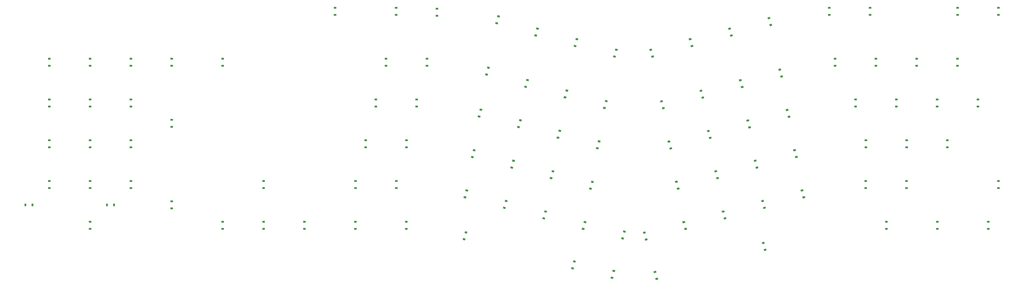
<source format=gbr>
%TF.GenerationSoftware,KiCad,Pcbnew,(5.1.10)-1*%
%TF.CreationDate,2021-06-19T21:53:37-07:00*%
%TF.ProjectId,HSC_Alice,4853435f-416c-4696-9365-2e6b69636164,rev?*%
%TF.SameCoordinates,Original*%
%TF.FileFunction,Paste,Bot*%
%TF.FilePolarity,Positive*%
%FSLAX46Y46*%
G04 Gerber Fmt 4.6, Leading zero omitted, Abs format (unit mm)*
G04 Created by KiCad (PCBNEW (5.1.10)-1) date 2021-06-19 21:53:37*
%MOMM*%
%LPD*%
G01*
G04 APERTURE LIST*
%ADD10C,0.100000*%
%ADD11R,1.200000X0.900000*%
%ADD12R,0.900000X1.200000*%
G04 APERTURE END LIST*
D10*
%TO.C,D37*%
G36*
X-436703335Y-67300675D02*
G01*
X-437862446Y-66990092D01*
X-437629509Y-66120759D01*
X-436470398Y-66431342D01*
X-436703335Y-67300675D01*
G37*
G36*
X-437557437Y-70488231D02*
G01*
X-438716548Y-70177648D01*
X-438483611Y-69308315D01*
X-437324500Y-69618898D01*
X-437557437Y-70488231D01*
G37*
%TD*%
D11*
%TO.C,D19*%
X-513524500Y-62675500D03*
X-513524500Y-65975500D03*
%TD*%
%TO.C,D105*%
X-213245700Y-105563400D03*
X-213245700Y-108863400D03*
%TD*%
%TO.C,D104*%
X-222783400Y-86488000D03*
X-222783400Y-89788000D03*
%TD*%
%TO.C,D103*%
X-203708000Y-62675500D03*
X-203708000Y-65975500D03*
%TD*%
%TO.C,D102*%
X-203708000Y-143638000D03*
X-203708000Y-146938000D03*
%TD*%
%TO.C,D101*%
X-227532650Y-124588000D03*
X-227532650Y-127888000D03*
%TD*%
%TO.C,D99*%
X-232308400Y-105563400D03*
X-232308400Y-108863400D03*
%TD*%
%TO.C,D98*%
X-241833400Y-86513400D03*
X-241833400Y-89813400D03*
%TD*%
%TO.C,D97*%
X-222758000Y-62675500D03*
X-222758000Y-65975500D03*
%TD*%
%TO.C,D96*%
X-208455250Y-162713400D03*
X-208455250Y-166013400D03*
%TD*%
%TO.C,D95*%
X-246576850Y-143688800D03*
X-246576850Y-146988800D03*
%TD*%
%TO.C,D94*%
X-246557800Y-124562600D03*
X-246557800Y-127862600D03*
%TD*%
%TO.C,D93*%
X-251358400Y-105563400D03*
X-251358400Y-108863400D03*
%TD*%
%TO.C,D92*%
X-260883400Y-86513400D03*
X-260883400Y-89813400D03*
%TD*%
%TO.C,D91*%
X-263626600Y-62675500D03*
X-263626600Y-65975500D03*
%TD*%
%TO.C,D90*%
X-232255050Y-162713400D03*
X-232255050Y-166013400D03*
%TD*%
%TO.C,D89*%
X-265633200Y-143612600D03*
X-265633200Y-146912600D03*
%TD*%
%TO.C,D88*%
X-265607800Y-124562600D03*
X-265607800Y-127862600D03*
%TD*%
%TO.C,D87*%
X-270433800Y-105563400D03*
X-270433800Y-108863400D03*
%TD*%
%TO.C,D86*%
X-279933400Y-86513400D03*
X-279933400Y-89813400D03*
%TD*%
%TO.C,D85*%
X-282676600Y-62675500D03*
X-282676600Y-65975500D03*
%TD*%
%TO.C,D84*%
X-256051050Y-162713400D03*
X-256051050Y-166013400D03*
%TD*%
D10*
%TO.C,D83*%
G36*
X-294747382Y-148335848D02*
G01*
X-295906493Y-148646431D01*
X-296139430Y-147777098D01*
X-294980319Y-147466515D01*
X-294747382Y-148335848D01*
G37*
G36*
X-293893280Y-151523404D02*
G01*
X-295052391Y-151833987D01*
X-295285328Y-150964654D01*
X-294126217Y-150654071D01*
X-293893280Y-151523404D01*
G37*
%TD*%
%TO.C,D82*%
G36*
X-298206812Y-129510142D02*
G01*
X-299365923Y-129820725D01*
X-299598860Y-128951392D01*
X-298439749Y-128640809D01*
X-298206812Y-129510142D01*
G37*
G36*
X-297352710Y-132697698D02*
G01*
X-298511821Y-133008281D01*
X-298744758Y-132138948D01*
X-297585647Y-131828365D01*
X-297352710Y-132697698D01*
G37*
%TD*%
%TO.C,D81*%
G36*
X-301661212Y-110714142D02*
G01*
X-302820323Y-111024725D01*
X-303053260Y-110155392D01*
X-301894149Y-109844809D01*
X-301661212Y-110714142D01*
G37*
G36*
X-300807110Y-113901698D02*
G01*
X-301966221Y-114212281D01*
X-302199158Y-113342948D01*
X-301040047Y-113032365D01*
X-300807110Y-113901698D01*
G37*
%TD*%
%TO.C,D80*%
G36*
X-304261510Y-95080298D02*
G01*
X-305420621Y-95390881D01*
X-305653558Y-94521548D01*
X-304494447Y-94210965D01*
X-304261510Y-95080298D01*
G37*
G36*
X-305115612Y-91892742D02*
G01*
X-306274723Y-92203325D01*
X-306507660Y-91333992D01*
X-305348549Y-91023409D01*
X-305115612Y-91892742D01*
G37*
%TD*%
%TO.C,D79*%
G36*
X-310175262Y-67815942D02*
G01*
X-311334373Y-68126525D01*
X-311567310Y-67257192D01*
X-310408199Y-66946609D01*
X-310175262Y-67815942D01*
G37*
G36*
X-309321160Y-71003498D02*
G01*
X-310480271Y-71314081D01*
X-310713208Y-70444748D01*
X-309554097Y-70134165D01*
X-309321160Y-71003498D01*
G37*
%TD*%
%TO.C,D78*%
G36*
X-312808608Y-172881156D02*
G01*
X-313967719Y-173191739D01*
X-314200656Y-172322406D01*
X-313041545Y-172011823D01*
X-312808608Y-172881156D01*
G37*
G36*
X-311954506Y-176068712D02*
G01*
X-313113617Y-176379295D01*
X-313346554Y-175509962D01*
X-312187443Y-175199379D01*
X-311954506Y-176068712D01*
G37*
%TD*%
%TO.C,D77*%
G36*
X-313148268Y-153266350D02*
G01*
X-314307379Y-153576933D01*
X-314540316Y-152707600D01*
X-313381205Y-152397017D01*
X-313148268Y-153266350D01*
G37*
G36*
X-312294166Y-156453906D02*
G01*
X-313453277Y-156764489D01*
X-313686214Y-155895156D01*
X-312527103Y-155584573D01*
X-312294166Y-156453906D01*
G37*
%TD*%
%TO.C,D76*%
G36*
X-316607698Y-134440644D02*
G01*
X-317766809Y-134751227D01*
X-317999746Y-133881894D01*
X-316840635Y-133571311D01*
X-316607698Y-134440644D01*
G37*
G36*
X-315753596Y-137628200D02*
G01*
X-316912707Y-137938783D01*
X-317145644Y-137069450D01*
X-315986533Y-136758867D01*
X-315753596Y-137628200D01*
G37*
%TD*%
%TO.C,D75*%
G36*
X-320062098Y-115644644D02*
G01*
X-321221209Y-115955227D01*
X-321454146Y-115085894D01*
X-320295035Y-114775311D01*
X-320062098Y-115644644D01*
G37*
G36*
X-319207996Y-118832200D02*
G01*
X-320367107Y-119142783D01*
X-320600044Y-118273450D01*
X-319440933Y-117962867D01*
X-319207996Y-118832200D01*
G37*
%TD*%
%TO.C,D74*%
G36*
X-323516498Y-96823244D02*
G01*
X-324675609Y-97133827D01*
X-324908546Y-96264494D01*
X-323749435Y-95953911D01*
X-323516498Y-96823244D01*
G37*
G36*
X-322662396Y-100010800D02*
G01*
X-323821507Y-100321383D01*
X-324054444Y-99452050D01*
X-322895333Y-99141467D01*
X-322662396Y-100010800D01*
G37*
%TD*%
%TO.C,D73*%
G36*
X-328576148Y-72746444D02*
G01*
X-329735259Y-73057027D01*
X-329968196Y-72187694D01*
X-328809085Y-71877111D01*
X-328576148Y-72746444D01*
G37*
G36*
X-327722046Y-75934000D02*
G01*
X-328881157Y-76244583D01*
X-329114094Y-75375250D01*
X-327954983Y-75064667D01*
X-327722046Y-75934000D01*
G37*
%TD*%
%TO.C,D72*%
G36*
X-363411046Y-186440038D02*
G01*
X-364570157Y-186750621D01*
X-364803094Y-185881288D01*
X-363643983Y-185570705D01*
X-363411046Y-186440038D01*
G37*
G36*
X-362556944Y-189627594D02*
G01*
X-363716055Y-189938177D01*
X-363948992Y-189068844D01*
X-362789881Y-188758261D01*
X-362556944Y-189627594D01*
G37*
%TD*%
%TO.C,D71*%
G36*
X-331549154Y-158196852D02*
G01*
X-332708265Y-158507435D01*
X-332941202Y-157638102D01*
X-331782091Y-157327519D01*
X-331549154Y-158196852D01*
G37*
G36*
X-330695052Y-161384408D02*
G01*
X-331854163Y-161694991D01*
X-332087100Y-160825658D01*
X-330927989Y-160515075D01*
X-330695052Y-161384408D01*
G37*
%TD*%
%TO.C,D70*%
G36*
X-335008584Y-139371146D02*
G01*
X-336167695Y-139681729D01*
X-336400632Y-138812396D01*
X-335241521Y-138501813D01*
X-335008584Y-139371146D01*
G37*
G36*
X-334154482Y-142558702D02*
G01*
X-335313593Y-142869285D01*
X-335546530Y-141999952D01*
X-334387419Y-141689369D01*
X-334154482Y-142558702D01*
G37*
%TD*%
%TO.C,D69*%
G36*
X-338462984Y-120575146D02*
G01*
X-339622095Y-120885729D01*
X-339855032Y-120016396D01*
X-338695921Y-119705813D01*
X-338462984Y-120575146D01*
G37*
G36*
X-337608882Y-123762702D02*
G01*
X-338767993Y-124073285D01*
X-339000930Y-123203952D01*
X-337841819Y-122893369D01*
X-337608882Y-123762702D01*
G37*
%TD*%
%TO.C,D68*%
G36*
X-341917384Y-101753746D02*
G01*
X-343076495Y-102064329D01*
X-343309432Y-101194996D01*
X-342150321Y-100884413D01*
X-341917384Y-101753746D01*
G37*
G36*
X-341063282Y-104941302D02*
G01*
X-342222393Y-105251885D01*
X-342455330Y-104382552D01*
X-341296219Y-104071969D01*
X-341063282Y-104941302D01*
G37*
%TD*%
%TO.C,D67*%
G36*
X-346977034Y-77676946D02*
G01*
X-348136145Y-77987529D01*
X-348369082Y-77118196D01*
X-347209971Y-76807613D01*
X-346977034Y-77676946D01*
G37*
G36*
X-346122932Y-80864502D02*
G01*
X-347282043Y-81175085D01*
X-347514980Y-80305752D01*
X-346355869Y-79995169D01*
X-346122932Y-80864502D01*
G37*
%TD*%
%TO.C,D66*%
G36*
X-368350926Y-168057856D02*
G01*
X-369510037Y-168368439D01*
X-369742974Y-167499106D01*
X-368583863Y-167188523D01*
X-368350926Y-168057856D01*
G37*
G36*
X-367496824Y-171245412D02*
G01*
X-368655935Y-171555995D01*
X-368888872Y-170686662D01*
X-367729761Y-170376079D01*
X-367496824Y-171245412D01*
G37*
%TD*%
%TO.C,D65*%
G36*
X-349950040Y-163127354D02*
G01*
X-351109151Y-163437937D01*
X-351342088Y-162568604D01*
X-350182977Y-162258021D01*
X-349950040Y-163127354D01*
G37*
G36*
X-349095938Y-166314910D02*
G01*
X-350255049Y-166625493D01*
X-350487986Y-165756160D01*
X-349328875Y-165445577D01*
X-349095938Y-166314910D01*
G37*
%TD*%
%TO.C,D64*%
G36*
X-352555368Y-147489204D02*
G01*
X-353714479Y-147799787D01*
X-353947416Y-146930454D01*
X-352788305Y-146619871D01*
X-352555368Y-147489204D01*
G37*
G36*
X-353409470Y-144301648D02*
G01*
X-354568581Y-144612231D01*
X-354801518Y-143742898D01*
X-353642407Y-143432315D01*
X-353409470Y-144301648D01*
G37*
%TD*%
%TO.C,D63*%
G36*
X-356863870Y-125505648D02*
G01*
X-358022981Y-125816231D01*
X-358255918Y-124946898D01*
X-357096807Y-124636315D01*
X-356863870Y-125505648D01*
G37*
G36*
X-356009768Y-128693204D02*
G01*
X-357168879Y-129003787D01*
X-357401816Y-128134454D01*
X-356242705Y-127823871D01*
X-356009768Y-128693204D01*
G37*
%TD*%
%TO.C,D62*%
G36*
X-360318270Y-106684248D02*
G01*
X-361477381Y-106994831D01*
X-361710318Y-106125498D01*
X-360551207Y-105814915D01*
X-360318270Y-106684248D01*
G37*
G36*
X-359464168Y-109871804D02*
G01*
X-360623279Y-110182387D01*
X-360856216Y-109313054D01*
X-359697105Y-109002471D01*
X-359464168Y-109871804D01*
G37*
%TD*%
%TO.C,D61*%
G36*
X-365377920Y-82607448D02*
G01*
X-366537031Y-82918031D01*
X-366769968Y-82048698D01*
X-365610857Y-81738115D01*
X-365377920Y-82607448D01*
G37*
G36*
X-364523818Y-85795004D02*
G01*
X-365682929Y-86105587D01*
X-365915866Y-85236254D01*
X-364756755Y-84925671D01*
X-364523818Y-85795004D01*
G37*
%TD*%
%TO.C,D60*%
G36*
X-377903875Y-167868439D02*
G01*
X-379062986Y-167557856D01*
X-378830049Y-166688523D01*
X-377670938Y-166999106D01*
X-377903875Y-167868439D01*
G37*
G36*
X-378757977Y-171055995D02*
G01*
X-379917088Y-170745412D01*
X-379684151Y-169876079D01*
X-378525040Y-170186662D01*
X-378757977Y-171055995D01*
G37*
%TD*%
%TO.C,D59*%
G36*
X-396304761Y-163437937D02*
G01*
X-397463872Y-163127354D01*
X-397230935Y-162258021D01*
X-396071824Y-162568604D01*
X-396304761Y-163437937D01*
G37*
G36*
X-397158863Y-166625493D02*
G01*
X-398317974Y-166314910D01*
X-398085037Y-165445577D01*
X-396925926Y-165756160D01*
X-397158863Y-166625493D01*
G37*
%TD*%
%TO.C,D58*%
G36*
X-393729863Y-147829493D02*
G01*
X-394888974Y-147518910D01*
X-394656037Y-146649577D01*
X-393496926Y-146960160D01*
X-393729863Y-147829493D01*
G37*
G36*
X-392875761Y-144641937D02*
G01*
X-394034872Y-144331354D01*
X-393801935Y-143462021D01*
X-392642824Y-143772604D01*
X-392875761Y-144641937D01*
G37*
%TD*%
%TO.C,D57*%
G36*
X-389687524Y-125718937D02*
G01*
X-390846635Y-125408354D01*
X-390613698Y-124539021D01*
X-389454587Y-124849604D01*
X-389687524Y-125718937D01*
G37*
G36*
X-390541626Y-128906493D02*
G01*
X-391700737Y-128595910D01*
X-391467800Y-127726577D01*
X-390308689Y-128037160D01*
X-390541626Y-128906493D01*
G37*
%TD*%
%TO.C,D56*%
G36*
X-386379527Y-106905934D02*
G01*
X-387538638Y-106595351D01*
X-387305701Y-105726018D01*
X-386146590Y-106036601D01*
X-386379527Y-106905934D01*
G37*
G36*
X-387233629Y-110093490D02*
G01*
X-388392740Y-109782907D01*
X-388159803Y-108913574D01*
X-387000692Y-109224157D01*
X-387233629Y-110093490D01*
G37*
%TD*%
%TO.C,D55*%
G36*
X-381680527Y-82903434D02*
G01*
X-382839638Y-82592851D01*
X-382606701Y-81723518D01*
X-381447590Y-82034101D01*
X-381680527Y-82903434D01*
G37*
G36*
X-382534629Y-86090990D02*
G01*
X-383693740Y-85780407D01*
X-383460803Y-84911074D01*
X-382301692Y-85221657D01*
X-382534629Y-86090990D01*
G37*
%TD*%
%TO.C,D54*%
G36*
X-382834377Y-186269325D02*
G01*
X-383993488Y-185958742D01*
X-383760551Y-185089409D01*
X-382601440Y-185399992D01*
X-382834377Y-186269325D01*
G37*
G36*
X-383688479Y-189456881D02*
G01*
X-384847590Y-189146298D01*
X-384614653Y-188276965D01*
X-383455542Y-188587548D01*
X-383688479Y-189456881D01*
G37*
%TD*%
%TO.C,D53*%
G36*
X-414705647Y-158507435D02*
G01*
X-415864758Y-158196852D01*
X-415631821Y-157327519D01*
X-414472710Y-157638102D01*
X-414705647Y-158507435D01*
G37*
G36*
X-415559749Y-161694991D02*
G01*
X-416718860Y-161384408D01*
X-416485923Y-160515075D01*
X-415326812Y-160825658D01*
X-415559749Y-161694991D01*
G37*
%TD*%
%TO.C,D52*%
G36*
X-411276647Y-139711435D02*
G01*
X-412435758Y-139400852D01*
X-412202821Y-138531519D01*
X-411043710Y-138842102D01*
X-411276647Y-139711435D01*
G37*
G36*
X-412130749Y-142898991D02*
G01*
X-413289860Y-142588408D01*
X-413056923Y-141719075D01*
X-411897812Y-142029658D01*
X-412130749Y-142898991D01*
G37*
%TD*%
%TO.C,D51*%
G36*
X-408088410Y-120788435D02*
G01*
X-409247521Y-120477852D01*
X-409014584Y-119608519D01*
X-407855473Y-119919102D01*
X-408088410Y-120788435D01*
G37*
G36*
X-408942512Y-123975991D02*
G01*
X-410101623Y-123665408D01*
X-409868686Y-122796075D01*
X-408709575Y-123106658D01*
X-408942512Y-123975991D01*
G37*
%TD*%
%TO.C,D50*%
G36*
X-404780413Y-101975432D02*
G01*
X-405939524Y-101664849D01*
X-405706587Y-100795516D01*
X-404547476Y-101106099D01*
X-404780413Y-101975432D01*
G37*
G36*
X-405634515Y-105162988D02*
G01*
X-406793626Y-104852405D01*
X-406560689Y-103983072D01*
X-405401578Y-104293655D01*
X-405634515Y-105162988D01*
G37*
%TD*%
%TO.C,D49*%
G36*
X-400081413Y-77972932D02*
G01*
X-401240524Y-77662349D01*
X-401007587Y-76793016D01*
X-399848476Y-77103599D01*
X-400081413Y-77972932D01*
G37*
G36*
X-400935515Y-81160488D02*
G01*
X-402094626Y-80849905D01*
X-401861689Y-79980572D01*
X-400702578Y-80291155D01*
X-400935515Y-81160488D01*
G37*
%TD*%
%TO.C,D48*%
G36*
X-401265243Y-181840421D02*
G01*
X-402424354Y-181529838D01*
X-402191417Y-180660505D01*
X-401032306Y-180971088D01*
X-401265243Y-181840421D01*
G37*
G36*
X-402119345Y-185027977D02*
G01*
X-403278456Y-184717394D01*
X-403045519Y-183848061D01*
X-401886408Y-184158644D01*
X-402119345Y-185027977D01*
G37*
%TD*%
%TO.C,D47*%
G36*
X-433106533Y-153576933D02*
G01*
X-434265644Y-153266350D01*
X-434032707Y-152397017D01*
X-432873596Y-152707600D01*
X-433106533Y-153576933D01*
G37*
G36*
X-433960635Y-156764489D02*
G01*
X-435119746Y-156453906D01*
X-434886809Y-155584573D01*
X-433727698Y-155895156D01*
X-433960635Y-156764489D01*
G37*
%TD*%
%TO.C,D46*%
G36*
X-429677533Y-134780933D02*
G01*
X-430836644Y-134470350D01*
X-430603707Y-133601017D01*
X-429444596Y-133911600D01*
X-429677533Y-134780933D01*
G37*
G36*
X-430531635Y-137968489D02*
G01*
X-431690746Y-137657906D01*
X-431457809Y-136788573D01*
X-430298698Y-137099156D01*
X-430531635Y-137968489D01*
G37*
%TD*%
%TO.C,D45*%
G36*
X-426489296Y-115857933D02*
G01*
X-427648407Y-115547350D01*
X-427415470Y-114678017D01*
X-426256359Y-114988600D01*
X-426489296Y-115857933D01*
G37*
G36*
X-427343398Y-119045489D02*
G01*
X-428502509Y-118734906D01*
X-428269572Y-117865573D01*
X-427110461Y-118176156D01*
X-427343398Y-119045489D01*
G37*
%TD*%
%TO.C,D44*%
G36*
X-423181299Y-97044930D02*
G01*
X-424340410Y-96734347D01*
X-424107473Y-95865014D01*
X-422948362Y-96175597D01*
X-423181299Y-97044930D01*
G37*
G36*
X-424035401Y-100232486D02*
G01*
X-425194512Y-99921903D01*
X-424961575Y-99052570D01*
X-423802464Y-99363153D01*
X-424035401Y-100232486D01*
G37*
%TD*%
%TO.C,D43*%
G36*
X-419336401Y-76229986D02*
G01*
X-420495512Y-75919403D01*
X-420262575Y-75050070D01*
X-419103464Y-75360653D01*
X-419336401Y-76229986D01*
G37*
G36*
X-418482299Y-73042430D02*
G01*
X-419641410Y-72731847D01*
X-419408473Y-71862514D01*
X-418249362Y-72173097D01*
X-418482299Y-73042430D01*
G37*
%TD*%
%TO.C,D42*%
G36*
X-451895908Y-168261944D02*
G01*
X-453055019Y-167951361D01*
X-452822082Y-167082028D01*
X-451662971Y-167392611D01*
X-451895908Y-168261944D01*
G37*
G36*
X-452750010Y-171449500D02*
G01*
X-453909121Y-171138917D01*
X-453676184Y-170269584D01*
X-452517073Y-170580167D01*
X-452750010Y-171449500D01*
G37*
%TD*%
%TO.C,D41*%
G36*
X-451507419Y-148646431D02*
G01*
X-452666530Y-148335848D01*
X-452433593Y-147466515D01*
X-451274482Y-147777098D01*
X-451507419Y-148646431D01*
G37*
G36*
X-452361521Y-151833987D02*
G01*
X-453520632Y-151523404D01*
X-453287695Y-150654071D01*
X-452128584Y-150964654D01*
X-452361521Y-151833987D01*
G37*
%TD*%
%TO.C,D40*%
G36*
X-448078419Y-129850431D02*
G01*
X-449237530Y-129539848D01*
X-449004593Y-128670515D01*
X-447845482Y-128981098D01*
X-448078419Y-129850431D01*
G37*
G36*
X-448932521Y-133037987D02*
G01*
X-450091632Y-132727404D01*
X-449858695Y-131858071D01*
X-448699584Y-132168654D01*
X-448932521Y-133037987D01*
G37*
%TD*%
%TO.C,D39*%
G36*
X-444890182Y-110927431D02*
G01*
X-446049293Y-110616848D01*
X-445816356Y-109747515D01*
X-444657245Y-110058098D01*
X-444890182Y-110927431D01*
G37*
G36*
X-445744284Y-114114987D02*
G01*
X-446903395Y-113804404D01*
X-446670458Y-112935071D01*
X-445511347Y-113245654D01*
X-445744284Y-114114987D01*
G37*
%TD*%
%TO.C,D38*%
G36*
X-441402335Y-91303175D02*
G01*
X-442561446Y-90992592D01*
X-442328509Y-90123259D01*
X-441169398Y-90433842D01*
X-441402335Y-91303175D01*
G37*
G36*
X-442256437Y-94490731D02*
G01*
X-443415548Y-94180148D01*
X-443182611Y-93310815D01*
X-442023500Y-93621398D01*
X-442256437Y-94490731D01*
G37*
%TD*%
D11*
%TO.C,D36*%
X-480218750Y-162688000D03*
X-480218750Y-165988000D03*
%TD*%
%TO.C,D35*%
X-484886000Y-143638000D03*
X-484886000Y-146938000D03*
%TD*%
%TO.C,D34*%
X-480123500Y-124588000D03*
X-480123500Y-127888000D03*
%TD*%
%TO.C,D33*%
X-475361000Y-105538000D03*
X-475361000Y-108838000D03*
%TD*%
%TO.C,D32*%
X-470598500Y-86488000D03*
X-470598500Y-89788000D03*
%TD*%
%TO.C,D31*%
X-465899500Y-63175500D03*
X-465899500Y-66475500D03*
%TD*%
%TO.C,D30*%
X-503967750Y-162688000D03*
X-503967750Y-165988000D03*
%TD*%
%TO.C,D29*%
X-503936000Y-143638000D03*
X-503936000Y-146938000D03*
%TD*%
%TO.C,D28*%
X-499141750Y-124588000D03*
X-499141750Y-127888000D03*
%TD*%
%TO.C,D27*%
X-494474500Y-108838000D03*
X-494474500Y-105538000D03*
%TD*%
%TO.C,D26*%
X-489712000Y-86488000D03*
X-489712000Y-89788000D03*
%TD*%
%TO.C,D25*%
X-484949500Y-62675500D03*
X-484949500Y-65975500D03*
%TD*%
%TO.C,D24*%
X-527812000Y-162688000D03*
X-527812000Y-165988000D03*
%TD*%
%TO.C,D23*%
X-546862000Y-162688000D03*
X-546862000Y-165988000D03*
%TD*%
%TO.C,D22*%
X-565975500Y-162688000D03*
X-565975500Y-165988000D03*
%TD*%
%TO.C,D21*%
X-546862000Y-143638000D03*
X-546862000Y-146938000D03*
%TD*%
%TO.C,D20*%
X-565975500Y-86488000D03*
X-565975500Y-89788000D03*
%TD*%
%TO.C,D18*%
X-589788000Y-153163000D03*
X-589788000Y-156463000D03*
%TD*%
D12*
%TO.C,D17*%
X-620013000Y-154813000D03*
X-616713000Y-154813000D03*
%TD*%
D11*
%TO.C,D16*%
X-608838000Y-143638000D03*
X-608838000Y-146938000D03*
%TD*%
%TO.C,D15*%
X-608838000Y-124588000D03*
X-608838000Y-127888000D03*
%TD*%
%TO.C,D14*%
X-589788000Y-118363000D03*
X-589788000Y-115063000D03*
%TD*%
%TO.C,D13*%
X-589788000Y-86488000D03*
X-589788000Y-89788000D03*
%TD*%
%TO.C,D12*%
X-627888000Y-162688000D03*
X-627888000Y-165988000D03*
%TD*%
%TO.C,D11*%
X-627888000Y-143638000D03*
X-627888000Y-146938000D03*
%TD*%
%TO.C,D10*%
X-627888000Y-124588000D03*
X-627888000Y-127888000D03*
%TD*%
%TO.C,D9*%
X-627888000Y-105538000D03*
X-627888000Y-108838000D03*
%TD*%
%TO.C,D8*%
X-608838000Y-105538000D03*
X-608838000Y-108838000D03*
%TD*%
%TO.C,D7*%
X-608838000Y-86488000D03*
X-608838000Y-89788000D03*
%TD*%
D12*
%TO.C,D6*%
X-654813000Y-154813000D03*
X-658113000Y-154813000D03*
%TD*%
D11*
%TO.C,D5*%
X-646938000Y-143638000D03*
X-646938000Y-146938000D03*
%TD*%
%TO.C,D4*%
X-646938000Y-124588000D03*
X-646938000Y-127888000D03*
%TD*%
%TO.C,D3*%
X-646938000Y-105538000D03*
X-646938000Y-108838000D03*
%TD*%
%TO.C,D2*%
X-646938000Y-86488000D03*
X-646938000Y-89788000D03*
%TD*%
%TO.C,D1*%
X-627888000Y-86488000D03*
X-627888000Y-89788000D03*
%TD*%
M02*

</source>
